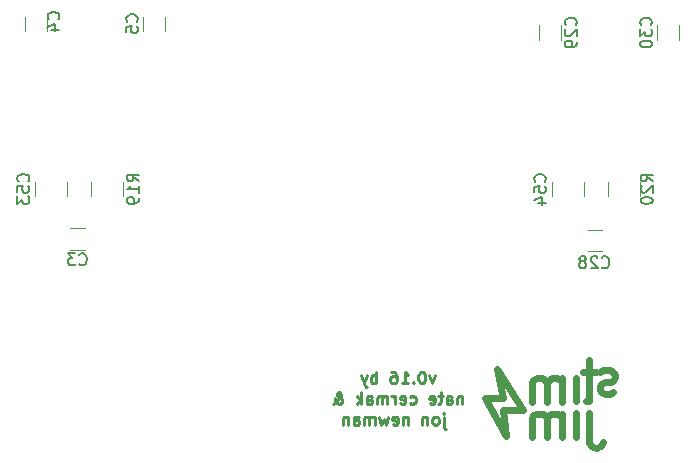
<source format=gbo>
G04 #@! TF.GenerationSoftware,KiCad,Pcbnew,5.0.2-bee76a0~70~ubuntu18.04.1*
G04 #@! TF.CreationDate,2019-02-25T20:46:02+02:00*
G04 #@! TF.ProjectId,stimjim,7374696d-6a69-46d2-9e6b-696361645f70,rev?*
G04 #@! TF.SameCoordinates,Original*
G04 #@! TF.FileFunction,Legend,Bot*
G04 #@! TF.FilePolarity,Positive*
%FSLAX46Y46*%
G04 Gerber Fmt 4.6, Leading zero omitted, Abs format (unit mm)*
G04 Created by KiCad (PCBNEW 5.0.2-bee76a0~70~ubuntu18.04.1) date Mon Feb 25 20:46:02 2019*
%MOMM*%
%LPD*%
G01*
G04 APERTURE LIST*
%ADD10C,0.600000*%
%ADD11C,0.250000*%
%ADD12C,0.120000*%
%ADD13C,0.150000*%
G04 APERTURE END LIST*
D10*
X129854262Y-134236096D02*
G75*
G03X131050666Y-134216513I596405J119582D01*
G01*
X129850666Y-131716514D02*
X129850666Y-133966514D01*
X127535714Y-133758308D02*
X127535714Y-131758308D01*
X127535714Y-132044023D02*
X127392857Y-131901166D01*
X127107142Y-131758308D01*
X126678571Y-131758308D01*
X126392857Y-131901166D01*
X126250000Y-132186880D01*
X126250000Y-133758308D01*
X126250000Y-132186880D02*
X126107142Y-131901166D01*
X125821428Y-131758308D01*
X125392857Y-131758308D01*
X125107142Y-131901166D01*
X124964285Y-132186880D01*
X124964285Y-133758308D01*
X129850666Y-130716514D02*
X129600666Y-130716514D01*
X128700666Y-131716514D02*
X128700666Y-133716514D01*
X130707808Y-128252228D02*
X130993523Y-128109371D01*
X131564951Y-128109371D01*
X131850666Y-128252228D01*
X131993523Y-128537942D01*
X131993523Y-128680799D01*
X131850666Y-128966514D01*
X131564951Y-129109371D01*
X131136380Y-129109371D01*
X130850666Y-129252228D01*
X130707808Y-129537942D01*
X130707808Y-129680799D01*
X130850666Y-129966514D01*
X131136380Y-130109371D01*
X131564951Y-130109371D01*
X131850666Y-129966514D01*
D11*
X116750000Y-128535714D02*
X116511904Y-129202380D01*
X116273809Y-128535714D01*
X115702380Y-128202380D02*
X115607142Y-128202380D01*
X115511904Y-128250000D01*
X115464285Y-128297619D01*
X115416666Y-128392857D01*
X115369047Y-128583333D01*
X115369047Y-128821428D01*
X115416666Y-129011904D01*
X115464285Y-129107142D01*
X115511904Y-129154761D01*
X115607142Y-129202380D01*
X115702380Y-129202380D01*
X115797619Y-129154761D01*
X115845238Y-129107142D01*
X115892857Y-129011904D01*
X115940476Y-128821428D01*
X115940476Y-128583333D01*
X115892857Y-128392857D01*
X115845238Y-128297619D01*
X115797619Y-128250000D01*
X115702380Y-128202380D01*
X114940476Y-129107142D02*
X114892857Y-129154761D01*
X114940476Y-129202380D01*
X114988095Y-129154761D01*
X114940476Y-129107142D01*
X114940476Y-129202380D01*
X113940476Y-129202380D02*
X114511904Y-129202380D01*
X114226190Y-129202380D02*
X114226190Y-128202380D01*
X114321428Y-128345238D01*
X114416666Y-128440476D01*
X114511904Y-128488095D01*
X113083333Y-128202380D02*
X113273809Y-128202380D01*
X113369047Y-128250000D01*
X113416666Y-128297619D01*
X113511904Y-128440476D01*
X113559523Y-128630952D01*
X113559523Y-129011904D01*
X113511904Y-129107142D01*
X113464285Y-129154761D01*
X113369047Y-129202380D01*
X113178571Y-129202380D01*
X113083333Y-129154761D01*
X113035714Y-129107142D01*
X112988095Y-129011904D01*
X112988095Y-128773809D01*
X113035714Y-128678571D01*
X113083333Y-128630952D01*
X113178571Y-128583333D01*
X113369047Y-128583333D01*
X113464285Y-128630952D01*
X113511904Y-128678571D01*
X113559523Y-128773809D01*
X111797619Y-129202380D02*
X111797619Y-128202380D01*
X111797619Y-128583333D02*
X111702380Y-128535714D01*
X111511904Y-128535714D01*
X111416666Y-128583333D01*
X111369047Y-128630952D01*
X111321428Y-128726190D01*
X111321428Y-129011904D01*
X111369047Y-129107142D01*
X111416666Y-129154761D01*
X111511904Y-129202380D01*
X111702380Y-129202380D01*
X111797619Y-129154761D01*
X110988095Y-128535714D02*
X110750000Y-129202380D01*
X110511904Y-128535714D02*
X110750000Y-129202380D01*
X110845238Y-129440476D01*
X110892857Y-129488095D01*
X110988095Y-129535714D01*
X119083333Y-130285714D02*
X119083333Y-130952380D01*
X119083333Y-130380952D02*
X119035714Y-130333333D01*
X118940476Y-130285714D01*
X118797619Y-130285714D01*
X118702380Y-130333333D01*
X118654761Y-130428571D01*
X118654761Y-130952380D01*
X117750000Y-130952380D02*
X117750000Y-130428571D01*
X117797619Y-130333333D01*
X117892857Y-130285714D01*
X118083333Y-130285714D01*
X118178571Y-130333333D01*
X117750000Y-130904761D02*
X117845238Y-130952380D01*
X118083333Y-130952380D01*
X118178571Y-130904761D01*
X118226190Y-130809523D01*
X118226190Y-130714285D01*
X118178571Y-130619047D01*
X118083333Y-130571428D01*
X117845238Y-130571428D01*
X117750000Y-130523809D01*
X117416666Y-130285714D02*
X117035714Y-130285714D01*
X117273809Y-129952380D02*
X117273809Y-130809523D01*
X117226190Y-130904761D01*
X117130952Y-130952380D01*
X117035714Y-130952380D01*
X116321428Y-130904761D02*
X116416666Y-130952380D01*
X116607142Y-130952380D01*
X116702380Y-130904761D01*
X116750000Y-130809523D01*
X116750000Y-130428571D01*
X116702380Y-130333333D01*
X116607142Y-130285714D01*
X116416666Y-130285714D01*
X116321428Y-130333333D01*
X116273809Y-130428571D01*
X116273809Y-130523809D01*
X116750000Y-130619047D01*
X114654761Y-130904761D02*
X114750000Y-130952380D01*
X114940476Y-130952380D01*
X115035714Y-130904761D01*
X115083333Y-130857142D01*
X115130952Y-130761904D01*
X115130952Y-130476190D01*
X115083333Y-130380952D01*
X115035714Y-130333333D01*
X114940476Y-130285714D01*
X114750000Y-130285714D01*
X114654761Y-130333333D01*
X113845238Y-130904761D02*
X113940476Y-130952380D01*
X114130952Y-130952380D01*
X114226190Y-130904761D01*
X114273809Y-130809523D01*
X114273809Y-130428571D01*
X114226190Y-130333333D01*
X114130952Y-130285714D01*
X113940476Y-130285714D01*
X113845238Y-130333333D01*
X113797619Y-130428571D01*
X113797619Y-130523809D01*
X114273809Y-130619047D01*
X113369047Y-130952380D02*
X113369047Y-130285714D01*
X113369047Y-130476190D02*
X113321428Y-130380952D01*
X113273809Y-130333333D01*
X113178571Y-130285714D01*
X113083333Y-130285714D01*
X112750000Y-130952380D02*
X112750000Y-130285714D01*
X112750000Y-130380952D02*
X112702380Y-130333333D01*
X112607142Y-130285714D01*
X112464285Y-130285714D01*
X112369047Y-130333333D01*
X112321428Y-130428571D01*
X112321428Y-130952380D01*
X112321428Y-130428571D02*
X112273809Y-130333333D01*
X112178571Y-130285714D01*
X112035714Y-130285714D01*
X111940476Y-130333333D01*
X111892857Y-130428571D01*
X111892857Y-130952380D01*
X110988095Y-130952380D02*
X110988095Y-130428571D01*
X111035714Y-130333333D01*
X111130952Y-130285714D01*
X111321428Y-130285714D01*
X111416666Y-130333333D01*
X110988095Y-130904761D02*
X111083333Y-130952380D01*
X111321428Y-130952380D01*
X111416666Y-130904761D01*
X111464285Y-130809523D01*
X111464285Y-130714285D01*
X111416666Y-130619047D01*
X111321428Y-130571428D01*
X111083333Y-130571428D01*
X110988095Y-130523809D01*
X110511904Y-130952380D02*
X110511904Y-129952380D01*
X110416666Y-130571428D02*
X110130952Y-130952380D01*
X110130952Y-130285714D02*
X110511904Y-130666666D01*
X108130952Y-130952380D02*
X108178571Y-130952380D01*
X108273809Y-130904761D01*
X108416666Y-130761904D01*
X108654761Y-130476190D01*
X108750000Y-130333333D01*
X108797619Y-130190476D01*
X108797619Y-130095238D01*
X108750000Y-130000000D01*
X108654761Y-129952380D01*
X108607142Y-129952380D01*
X108511904Y-130000000D01*
X108464285Y-130095238D01*
X108464285Y-130142857D01*
X108511904Y-130238095D01*
X108559523Y-130285714D01*
X108845238Y-130476190D01*
X108892857Y-130523809D01*
X108940476Y-130619047D01*
X108940476Y-130761904D01*
X108892857Y-130857142D01*
X108845238Y-130904761D01*
X108750000Y-130952380D01*
X108607142Y-130952380D01*
X108511904Y-130904761D01*
X108464285Y-130857142D01*
X108321428Y-130666666D01*
X108273809Y-130523809D01*
X108273809Y-130428571D01*
X117511904Y-132035714D02*
X117511904Y-132892857D01*
X117559523Y-132988095D01*
X117654761Y-133035714D01*
X117702380Y-133035714D01*
X117511904Y-131702380D02*
X117559523Y-131750000D01*
X117511904Y-131797619D01*
X117464285Y-131750000D01*
X117511904Y-131702380D01*
X117511904Y-131797619D01*
X116892857Y-132702380D02*
X116988095Y-132654761D01*
X117035714Y-132607142D01*
X117083333Y-132511904D01*
X117083333Y-132226190D01*
X117035714Y-132130952D01*
X116988095Y-132083333D01*
X116892857Y-132035714D01*
X116750000Y-132035714D01*
X116654761Y-132083333D01*
X116607142Y-132130952D01*
X116559523Y-132226190D01*
X116559523Y-132511904D01*
X116607142Y-132607142D01*
X116654761Y-132654761D01*
X116750000Y-132702380D01*
X116892857Y-132702380D01*
X116130952Y-132035714D02*
X116130952Y-132702380D01*
X116130952Y-132130952D02*
X116083333Y-132083333D01*
X115988095Y-132035714D01*
X115845238Y-132035714D01*
X115750000Y-132083333D01*
X115702380Y-132178571D01*
X115702380Y-132702380D01*
X114464285Y-132035714D02*
X114464285Y-132702380D01*
X114464285Y-132130952D02*
X114416666Y-132083333D01*
X114321428Y-132035714D01*
X114178571Y-132035714D01*
X114083333Y-132083333D01*
X114035714Y-132178571D01*
X114035714Y-132702380D01*
X113178571Y-132654761D02*
X113273809Y-132702380D01*
X113464285Y-132702380D01*
X113559523Y-132654761D01*
X113607142Y-132559523D01*
X113607142Y-132178571D01*
X113559523Y-132083333D01*
X113464285Y-132035714D01*
X113273809Y-132035714D01*
X113178571Y-132083333D01*
X113130952Y-132178571D01*
X113130952Y-132273809D01*
X113607142Y-132369047D01*
X112797619Y-132035714D02*
X112607142Y-132702380D01*
X112416666Y-132226190D01*
X112226190Y-132702380D01*
X112035714Y-132035714D01*
X111654761Y-132702380D02*
X111654761Y-132035714D01*
X111654761Y-132130952D02*
X111607142Y-132083333D01*
X111511904Y-132035714D01*
X111369047Y-132035714D01*
X111273809Y-132083333D01*
X111226190Y-132178571D01*
X111226190Y-132702380D01*
X111226190Y-132178571D02*
X111178571Y-132083333D01*
X111083333Y-132035714D01*
X110940476Y-132035714D01*
X110845238Y-132083333D01*
X110797619Y-132178571D01*
X110797619Y-132702380D01*
X109892857Y-132702380D02*
X109892857Y-132178571D01*
X109940476Y-132083333D01*
X110035714Y-132035714D01*
X110226190Y-132035714D01*
X110321428Y-132083333D01*
X109892857Y-132654761D02*
X109988095Y-132702380D01*
X110226190Y-132702380D01*
X110321428Y-132654761D01*
X110369047Y-132559523D01*
X110369047Y-132464285D01*
X110321428Y-132369047D01*
X110226190Y-132321428D01*
X109988095Y-132321428D01*
X109892857Y-132273809D01*
X109416666Y-132035714D02*
X109416666Y-132702380D01*
X109416666Y-132130952D02*
X109369047Y-132083333D01*
X109273809Y-132035714D01*
X109130952Y-132035714D01*
X109035714Y-132083333D01*
X108988095Y-132178571D01*
X108988095Y-132702380D01*
D10*
X128700666Y-128716514D02*
X128700666Y-130716514D01*
X127535714Y-130758308D02*
X127535714Y-128758308D01*
X127535714Y-129044023D02*
X127392857Y-128901166D01*
X127107142Y-128758308D01*
X126678571Y-128758308D01*
X126392857Y-128901166D01*
X126250000Y-129186880D01*
X126250000Y-130758308D01*
X126250000Y-129186880D02*
X126107142Y-128901166D01*
X125821428Y-128758308D01*
X125392857Y-128758308D01*
X125107142Y-128901166D01*
X124964285Y-129186880D01*
X124964285Y-130758308D01*
X130400666Y-128216514D02*
X129300666Y-128216514D01*
X129850666Y-130716514D02*
X129850666Y-127216514D01*
X121000000Y-130451166D02*
X122500000Y-130451166D01*
X122500000Y-130451166D02*
X122000000Y-127951166D01*
X122750000Y-133701166D02*
X121000000Y-130451166D01*
X122000000Y-127951166D02*
X124250000Y-131451166D01*
X124250000Y-131451166D02*
X122500000Y-131451166D01*
X122500000Y-131451166D02*
X122750000Y-133701166D01*
X129850666Y-133966514D02*
X129850666Y-134216514D01*
D12*
G04 #@! TO.C,C53*
X85610000Y-112135436D02*
X85610000Y-113339564D01*
X82890000Y-112135436D02*
X82890000Y-113339564D01*
G04 #@! TO.C,C54*
X126640000Y-112160436D02*
X126640000Y-113364564D01*
X129360000Y-112160436D02*
X129360000Y-113364564D01*
G04 #@! TO.C,R19*
X90360000Y-112147936D02*
X90360000Y-113352064D01*
X87640000Y-112147936D02*
X87640000Y-113352064D01*
G04 #@! TO.C,R20*
X131390000Y-112147936D02*
X131390000Y-113352064D01*
X134110000Y-112147936D02*
X134110000Y-113352064D01*
G04 #@! TO.C,C29*
X127410000Y-100102064D02*
X127410000Y-98897936D01*
X125590000Y-100102064D02*
X125590000Y-98897936D01*
G04 #@! TO.C,C28*
X130902064Y-118010000D02*
X129697936Y-118010000D01*
X130902064Y-116190000D02*
X129697936Y-116190000D01*
G04 #@! TO.C,C30*
X135590000Y-98897936D02*
X135590000Y-100102064D01*
X137410000Y-98897936D02*
X137410000Y-100102064D01*
G04 #@! TO.C,C4*
X82090000Y-99352064D02*
X82090000Y-98147936D01*
X83910000Y-99352064D02*
X83910000Y-98147936D01*
G04 #@! TO.C,C5*
X92090000Y-98147936D02*
X92090000Y-99352064D01*
X93910000Y-98147936D02*
X93910000Y-99352064D01*
G04 #@! TO.C,C3*
X87102064Y-117910000D02*
X85897936Y-117910000D01*
X87102064Y-116090000D02*
X85897936Y-116090000D01*
G04 #@! TO.C,C53*
D13*
X82327142Y-112094642D02*
X82374761Y-112047023D01*
X82422380Y-111904166D01*
X82422380Y-111808928D01*
X82374761Y-111666071D01*
X82279523Y-111570833D01*
X82184285Y-111523214D01*
X81993809Y-111475595D01*
X81850952Y-111475595D01*
X81660476Y-111523214D01*
X81565238Y-111570833D01*
X81470000Y-111666071D01*
X81422380Y-111808928D01*
X81422380Y-111904166D01*
X81470000Y-112047023D01*
X81517619Y-112094642D01*
X81422380Y-112999404D02*
X81422380Y-112523214D01*
X81898571Y-112475595D01*
X81850952Y-112523214D01*
X81803333Y-112618452D01*
X81803333Y-112856547D01*
X81850952Y-112951785D01*
X81898571Y-112999404D01*
X81993809Y-113047023D01*
X82231904Y-113047023D01*
X82327142Y-112999404D01*
X82374761Y-112951785D01*
X82422380Y-112856547D01*
X82422380Y-112618452D01*
X82374761Y-112523214D01*
X82327142Y-112475595D01*
X81422380Y-113380357D02*
X81422380Y-113999404D01*
X81803333Y-113666071D01*
X81803333Y-113808928D01*
X81850952Y-113904166D01*
X81898571Y-113951785D01*
X81993809Y-113999404D01*
X82231904Y-113999404D01*
X82327142Y-113951785D01*
X82374761Y-113904166D01*
X82422380Y-113808928D01*
X82422380Y-113523214D01*
X82374761Y-113427976D01*
X82327142Y-113380357D01*
G04 #@! TO.C,C54*
X126077142Y-112119642D02*
X126124761Y-112072023D01*
X126172380Y-111929166D01*
X126172380Y-111833928D01*
X126124761Y-111691071D01*
X126029523Y-111595833D01*
X125934285Y-111548214D01*
X125743809Y-111500595D01*
X125600952Y-111500595D01*
X125410476Y-111548214D01*
X125315238Y-111595833D01*
X125220000Y-111691071D01*
X125172380Y-111833928D01*
X125172380Y-111929166D01*
X125220000Y-112072023D01*
X125267619Y-112119642D01*
X125172380Y-113024404D02*
X125172380Y-112548214D01*
X125648571Y-112500595D01*
X125600952Y-112548214D01*
X125553333Y-112643452D01*
X125553333Y-112881547D01*
X125600952Y-112976785D01*
X125648571Y-113024404D01*
X125743809Y-113072023D01*
X125981904Y-113072023D01*
X126077142Y-113024404D01*
X126124761Y-112976785D01*
X126172380Y-112881547D01*
X126172380Y-112643452D01*
X126124761Y-112548214D01*
X126077142Y-112500595D01*
X125505714Y-113929166D02*
X126172380Y-113929166D01*
X125124761Y-113691071D02*
X125839047Y-113452976D01*
X125839047Y-114072023D01*
G04 #@! TO.C,R19*
X91702380Y-112107142D02*
X91226190Y-111773809D01*
X91702380Y-111535714D02*
X90702380Y-111535714D01*
X90702380Y-111916666D01*
X90750000Y-112011904D01*
X90797619Y-112059523D01*
X90892857Y-112107142D01*
X91035714Y-112107142D01*
X91130952Y-112059523D01*
X91178571Y-112011904D01*
X91226190Y-111916666D01*
X91226190Y-111535714D01*
X91702380Y-113059523D02*
X91702380Y-112488095D01*
X91702380Y-112773809D02*
X90702380Y-112773809D01*
X90845238Y-112678571D01*
X90940476Y-112583333D01*
X90988095Y-112488095D01*
X91702380Y-113535714D02*
X91702380Y-113726190D01*
X91654761Y-113821428D01*
X91607142Y-113869047D01*
X91464285Y-113964285D01*
X91273809Y-114011904D01*
X90892857Y-114011904D01*
X90797619Y-113964285D01*
X90750000Y-113916666D01*
X90702380Y-113821428D01*
X90702380Y-113630952D01*
X90750000Y-113535714D01*
X90797619Y-113488095D01*
X90892857Y-113440476D01*
X91130952Y-113440476D01*
X91226190Y-113488095D01*
X91273809Y-113535714D01*
X91321428Y-113630952D01*
X91321428Y-113821428D01*
X91273809Y-113916666D01*
X91226190Y-113964285D01*
X91130952Y-114011904D01*
G04 #@! TO.C,R20*
X135202380Y-112107142D02*
X134726190Y-111773809D01*
X135202380Y-111535714D02*
X134202380Y-111535714D01*
X134202380Y-111916666D01*
X134250000Y-112011904D01*
X134297619Y-112059523D01*
X134392857Y-112107142D01*
X134535714Y-112107142D01*
X134630952Y-112059523D01*
X134678571Y-112011904D01*
X134726190Y-111916666D01*
X134726190Y-111535714D01*
X134297619Y-112488095D02*
X134250000Y-112535714D01*
X134202380Y-112630952D01*
X134202380Y-112869047D01*
X134250000Y-112964285D01*
X134297619Y-113011904D01*
X134392857Y-113059523D01*
X134488095Y-113059523D01*
X134630952Y-113011904D01*
X135202380Y-112440476D01*
X135202380Y-113059523D01*
X134202380Y-113678571D02*
X134202380Y-113773809D01*
X134250000Y-113869047D01*
X134297619Y-113916666D01*
X134392857Y-113964285D01*
X134583333Y-114011904D01*
X134821428Y-114011904D01*
X135011904Y-113964285D01*
X135107142Y-113916666D01*
X135154761Y-113869047D01*
X135202380Y-113773809D01*
X135202380Y-113678571D01*
X135154761Y-113583333D01*
X135107142Y-113535714D01*
X135011904Y-113488095D01*
X134821428Y-113440476D01*
X134583333Y-113440476D01*
X134392857Y-113488095D01*
X134297619Y-113535714D01*
X134250000Y-113583333D01*
X134202380Y-113678571D01*
G04 #@! TO.C,C29*
X128677142Y-98857142D02*
X128724761Y-98809523D01*
X128772380Y-98666666D01*
X128772380Y-98571428D01*
X128724761Y-98428571D01*
X128629523Y-98333333D01*
X128534285Y-98285714D01*
X128343809Y-98238095D01*
X128200952Y-98238095D01*
X128010476Y-98285714D01*
X127915238Y-98333333D01*
X127820000Y-98428571D01*
X127772380Y-98571428D01*
X127772380Y-98666666D01*
X127820000Y-98809523D01*
X127867619Y-98857142D01*
X127867619Y-99238095D02*
X127820000Y-99285714D01*
X127772380Y-99380952D01*
X127772380Y-99619047D01*
X127820000Y-99714285D01*
X127867619Y-99761904D01*
X127962857Y-99809523D01*
X128058095Y-99809523D01*
X128200952Y-99761904D01*
X128772380Y-99190476D01*
X128772380Y-99809523D01*
X128772380Y-100285714D02*
X128772380Y-100476190D01*
X128724761Y-100571428D01*
X128677142Y-100619047D01*
X128534285Y-100714285D01*
X128343809Y-100761904D01*
X127962857Y-100761904D01*
X127867619Y-100714285D01*
X127820000Y-100666666D01*
X127772380Y-100571428D01*
X127772380Y-100380952D01*
X127820000Y-100285714D01*
X127867619Y-100238095D01*
X127962857Y-100190476D01*
X128200952Y-100190476D01*
X128296190Y-100238095D01*
X128343809Y-100285714D01*
X128391428Y-100380952D01*
X128391428Y-100571428D01*
X128343809Y-100666666D01*
X128296190Y-100714285D01*
X128200952Y-100761904D01*
G04 #@! TO.C,C28*
X130892857Y-119357142D02*
X130940476Y-119404761D01*
X131083333Y-119452380D01*
X131178571Y-119452380D01*
X131321428Y-119404761D01*
X131416666Y-119309523D01*
X131464285Y-119214285D01*
X131511904Y-119023809D01*
X131511904Y-118880952D01*
X131464285Y-118690476D01*
X131416666Y-118595238D01*
X131321428Y-118500000D01*
X131178571Y-118452380D01*
X131083333Y-118452380D01*
X130940476Y-118500000D01*
X130892857Y-118547619D01*
X130511904Y-118547619D02*
X130464285Y-118500000D01*
X130369047Y-118452380D01*
X130130952Y-118452380D01*
X130035714Y-118500000D01*
X129988095Y-118547619D01*
X129940476Y-118642857D01*
X129940476Y-118738095D01*
X129988095Y-118880952D01*
X130559523Y-119452380D01*
X129940476Y-119452380D01*
X129369047Y-118880952D02*
X129464285Y-118833333D01*
X129511904Y-118785714D01*
X129559523Y-118690476D01*
X129559523Y-118642857D01*
X129511904Y-118547619D01*
X129464285Y-118500000D01*
X129369047Y-118452380D01*
X129178571Y-118452380D01*
X129083333Y-118500000D01*
X129035714Y-118547619D01*
X128988095Y-118642857D01*
X128988095Y-118690476D01*
X129035714Y-118785714D01*
X129083333Y-118833333D01*
X129178571Y-118880952D01*
X129369047Y-118880952D01*
X129464285Y-118928571D01*
X129511904Y-118976190D01*
X129559523Y-119071428D01*
X129559523Y-119261904D01*
X129511904Y-119357142D01*
X129464285Y-119404761D01*
X129369047Y-119452380D01*
X129178571Y-119452380D01*
X129083333Y-119404761D01*
X129035714Y-119357142D01*
X128988095Y-119261904D01*
X128988095Y-119071428D01*
X129035714Y-118976190D01*
X129083333Y-118928571D01*
X129178571Y-118880952D01*
G04 #@! TO.C,C30*
X135037142Y-98857142D02*
X135084761Y-98809523D01*
X135132380Y-98666666D01*
X135132380Y-98571428D01*
X135084761Y-98428571D01*
X134989523Y-98333333D01*
X134894285Y-98285714D01*
X134703809Y-98238095D01*
X134560952Y-98238095D01*
X134370476Y-98285714D01*
X134275238Y-98333333D01*
X134180000Y-98428571D01*
X134132380Y-98571428D01*
X134132380Y-98666666D01*
X134180000Y-98809523D01*
X134227619Y-98857142D01*
X134132380Y-99190476D02*
X134132380Y-99809523D01*
X134513333Y-99476190D01*
X134513333Y-99619047D01*
X134560952Y-99714285D01*
X134608571Y-99761904D01*
X134703809Y-99809523D01*
X134941904Y-99809523D01*
X135037142Y-99761904D01*
X135084761Y-99714285D01*
X135132380Y-99619047D01*
X135132380Y-99333333D01*
X135084761Y-99238095D01*
X135037142Y-99190476D01*
X134132380Y-100428571D02*
X134132380Y-100523809D01*
X134180000Y-100619047D01*
X134227619Y-100666666D01*
X134322857Y-100714285D01*
X134513333Y-100761904D01*
X134751428Y-100761904D01*
X134941904Y-100714285D01*
X135037142Y-100666666D01*
X135084761Y-100619047D01*
X135132380Y-100523809D01*
X135132380Y-100428571D01*
X135084761Y-100333333D01*
X135037142Y-100285714D01*
X134941904Y-100238095D01*
X134751428Y-100190476D01*
X134513333Y-100190476D01*
X134322857Y-100238095D01*
X134227619Y-100285714D01*
X134180000Y-100333333D01*
X134132380Y-100428571D01*
G04 #@! TO.C,C4*
X84872143Y-98388334D02*
X84919762Y-98340715D01*
X84967381Y-98197858D01*
X84967381Y-98102620D01*
X84919762Y-97959762D01*
X84824524Y-97864524D01*
X84729286Y-97816905D01*
X84538810Y-97769286D01*
X84395953Y-97769286D01*
X84205477Y-97816905D01*
X84110239Y-97864524D01*
X84015001Y-97959762D01*
X83967381Y-98102620D01*
X83967381Y-98197858D01*
X84015001Y-98340715D01*
X84062620Y-98388334D01*
X84300715Y-99245477D02*
X84967381Y-99245477D01*
X83919762Y-99007381D02*
X84634048Y-98769286D01*
X84634048Y-99388334D01*
G04 #@! TO.C,C5*
X91537142Y-98583333D02*
X91584761Y-98535714D01*
X91632380Y-98392857D01*
X91632380Y-98297619D01*
X91584761Y-98154761D01*
X91489523Y-98059523D01*
X91394285Y-98011904D01*
X91203809Y-97964285D01*
X91060952Y-97964285D01*
X90870476Y-98011904D01*
X90775238Y-98059523D01*
X90680000Y-98154761D01*
X90632380Y-98297619D01*
X90632380Y-98392857D01*
X90680000Y-98535714D01*
X90727619Y-98583333D01*
X90632380Y-99488095D02*
X90632380Y-99011904D01*
X91108571Y-98964285D01*
X91060952Y-99011904D01*
X91013333Y-99107142D01*
X91013333Y-99345238D01*
X91060952Y-99440476D01*
X91108571Y-99488095D01*
X91203809Y-99535714D01*
X91441904Y-99535714D01*
X91537142Y-99488095D01*
X91584761Y-99440476D01*
X91632380Y-99345238D01*
X91632380Y-99107142D01*
X91584761Y-99011904D01*
X91537142Y-98964285D01*
G04 #@! TO.C,C3*
X86666666Y-119107142D02*
X86714285Y-119154761D01*
X86857142Y-119202380D01*
X86952380Y-119202380D01*
X87095238Y-119154761D01*
X87190476Y-119059523D01*
X87238095Y-118964285D01*
X87285714Y-118773809D01*
X87285714Y-118630952D01*
X87238095Y-118440476D01*
X87190476Y-118345238D01*
X87095238Y-118250000D01*
X86952380Y-118202380D01*
X86857142Y-118202380D01*
X86714285Y-118250000D01*
X86666666Y-118297619D01*
X86333333Y-118202380D02*
X85714285Y-118202380D01*
X86047619Y-118583333D01*
X85904761Y-118583333D01*
X85809523Y-118630952D01*
X85761904Y-118678571D01*
X85714285Y-118773809D01*
X85714285Y-119011904D01*
X85761904Y-119107142D01*
X85809523Y-119154761D01*
X85904761Y-119202380D01*
X86190476Y-119202380D01*
X86285714Y-119154761D01*
X86333333Y-119107142D01*
G04 #@! TD*
M02*

</source>
